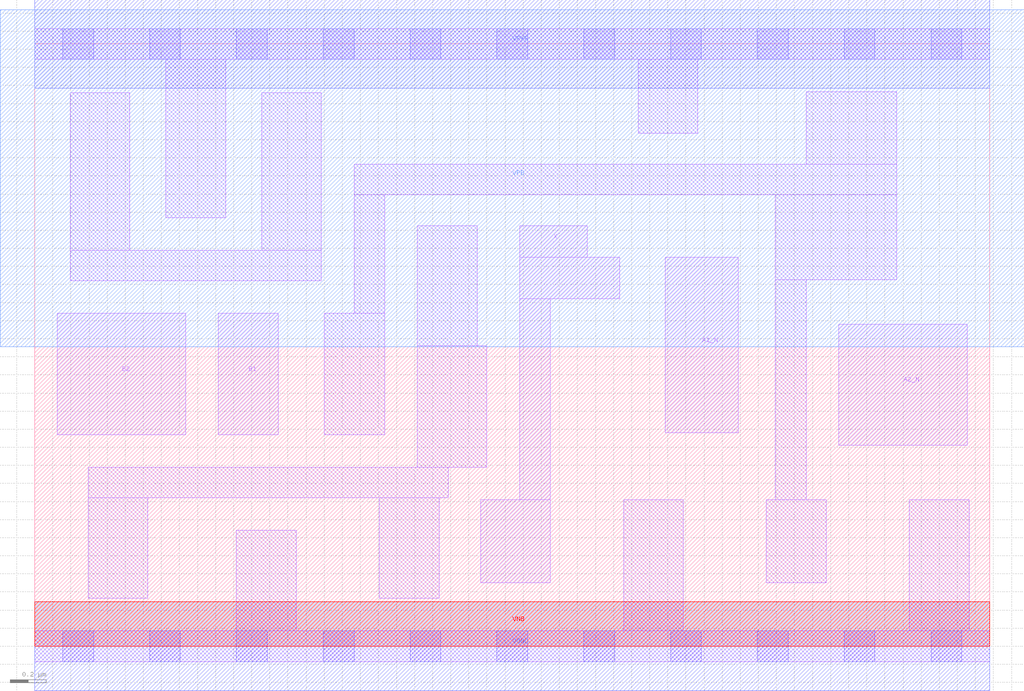
<source format=lef>
# Copyright 2020 The SkyWater PDK Authors
#
# Licensed under the Apache License, Version 2.0 (the "License");
# you may not use this file except in compliance with the License.
# You may obtain a copy of the License at
#
#     https://www.apache.org/licenses/LICENSE-2.0
#
# Unless required by applicable law or agreed to in writing, software
# distributed under the License is distributed on an "AS IS" BASIS,
# WITHOUT WARRANTIES OR CONDITIONS OF ANY KIND, either express or implied.
# See the License for the specific language governing permissions and
# limitations under the License.
#
# SPDX-License-Identifier: Apache-2.0

VERSION 5.7 ;
  NOWIREEXTENSIONATPIN ON ;
  DIVIDERCHAR "/" ;
  BUSBITCHARS "[]" ;
MACRO sky130_fd_sc_lp__a2bb2o_lp
  CLASS CORE ;
  FOREIGN sky130_fd_sc_lp__a2bb2o_lp ;
  ORIGIN  0.000000  0.000000 ;
  SIZE  5.280000 BY  3.330000 ;
  SYMMETRY X Y R90 ;
  SITE unit ;
  PIN A1_N
    ANTENNAGATEAREA  0.376000 ;
    DIRECTION INPUT ;
    USE SIGNAL ;
    PORT
      LAYER li1 ;
        RECT 3.485000 1.180000 3.890000 2.150000 ;
    END
  END A1_N
  PIN A2_N
    ANTENNAGATEAREA  0.376000 ;
    DIRECTION INPUT ;
    USE SIGNAL ;
    PORT
      LAYER li1 ;
        RECT 4.445000 1.110000 5.155000 1.780000 ;
    END
  END A2_N
  PIN B1
    ANTENNAGATEAREA  0.313000 ;
    DIRECTION INPUT ;
    USE SIGNAL ;
    PORT
      LAYER li1 ;
        RECT 1.015000 1.170000 1.345000 1.840000 ;
    END
  END B1
  PIN B2
    ANTENNAGATEAREA  0.313000 ;
    DIRECTION INPUT ;
    USE SIGNAL ;
    PORT
      LAYER li1 ;
        RECT 0.125000 1.170000 0.835000 1.840000 ;
    END
  END B2
  PIN X
    ANTENNADIFFAREA  0.404700 ;
    DIRECTION OUTPUT ;
    USE SIGNAL ;
    PORT
      LAYER li1 ;
        RECT 2.465000 0.350000 2.850000 0.810000 ;
        RECT 2.680000 0.810000 2.850000 1.920000 ;
        RECT 2.680000 1.920000 3.235000 2.150000 ;
        RECT 2.680000 2.150000 3.055000 2.325000 ;
    END
  END X
  PIN VGND
    DIRECTION INOUT ;
    USE GROUND ;
    PORT
      LAYER met1 ;
        RECT 0.000000 -0.245000 5.280000 0.245000 ;
    END
  END VGND
  PIN VNB
    DIRECTION INOUT ;
    USE GROUND ;
    PORT
      LAYER pwell ;
        RECT 0.000000 0.000000 5.280000 0.245000 ;
    END
  END VNB
  PIN VPB
    DIRECTION INOUT ;
    USE POWER ;
    PORT
      LAYER nwell ;
        RECT -0.190000 1.655000 5.470000 3.520000 ;
    END
  END VPB
  PIN VPWR
    DIRECTION INOUT ;
    USE POWER ;
    PORT
      LAYER met1 ;
        RECT 0.000000 3.085000 5.280000 3.575000 ;
    END
  END VPWR
  OBS
    LAYER li1 ;
      RECT 0.000000 -0.085000 5.280000 0.085000 ;
      RECT 0.000000  3.245000 5.280000 3.415000 ;
      RECT 0.195000  2.020000 1.585000 2.190000 ;
      RECT 0.195000  2.190000 0.525000 3.060000 ;
      RECT 0.295000  0.265000 0.625000 0.820000 ;
      RECT 0.295000  0.820000 2.285000 0.990000 ;
      RECT 0.725000  2.370000 1.055000 3.245000 ;
      RECT 1.115000  0.085000 1.445000 0.640000 ;
      RECT 1.255000  2.190000 1.585000 3.060000 ;
      RECT 1.600000  1.170000 1.935000 1.840000 ;
      RECT 1.765000  1.840000 1.935000 2.495000 ;
      RECT 1.765000  2.495000 4.765000 2.665000 ;
      RECT 1.905000  0.265000 2.235000 0.820000 ;
      RECT 2.115000  0.990000 2.500000 1.660000 ;
      RECT 2.115000  1.660000 2.445000 2.325000 ;
      RECT 3.255000  0.085000 3.585000 0.810000 ;
      RECT 3.335000  2.835000 3.665000 3.245000 ;
      RECT 4.045000  0.350000 4.375000 0.810000 ;
      RECT 4.095000  0.810000 4.265000 2.025000 ;
      RECT 4.095000  2.025000 4.765000 2.495000 ;
      RECT 4.265000  2.665000 4.765000 3.065000 ;
      RECT 4.835000  0.085000 5.165000 0.810000 ;
    LAYER mcon ;
      RECT 0.155000 -0.085000 0.325000 0.085000 ;
      RECT 0.155000  3.245000 0.325000 3.415000 ;
      RECT 0.635000 -0.085000 0.805000 0.085000 ;
      RECT 0.635000  3.245000 0.805000 3.415000 ;
      RECT 1.115000 -0.085000 1.285000 0.085000 ;
      RECT 1.115000  3.245000 1.285000 3.415000 ;
      RECT 1.595000 -0.085000 1.765000 0.085000 ;
      RECT 1.595000  3.245000 1.765000 3.415000 ;
      RECT 2.075000 -0.085000 2.245000 0.085000 ;
      RECT 2.075000  3.245000 2.245000 3.415000 ;
      RECT 2.555000 -0.085000 2.725000 0.085000 ;
      RECT 2.555000  3.245000 2.725000 3.415000 ;
      RECT 3.035000 -0.085000 3.205000 0.085000 ;
      RECT 3.035000  3.245000 3.205000 3.415000 ;
      RECT 3.515000 -0.085000 3.685000 0.085000 ;
      RECT 3.515000  3.245000 3.685000 3.415000 ;
      RECT 3.995000 -0.085000 4.165000 0.085000 ;
      RECT 3.995000  3.245000 4.165000 3.415000 ;
      RECT 4.475000 -0.085000 4.645000 0.085000 ;
      RECT 4.475000  3.245000 4.645000 3.415000 ;
      RECT 4.955000 -0.085000 5.125000 0.085000 ;
      RECT 4.955000  3.245000 5.125000 3.415000 ;
  END
END sky130_fd_sc_lp__a2bb2o_lp
END LIBRARY

</source>
